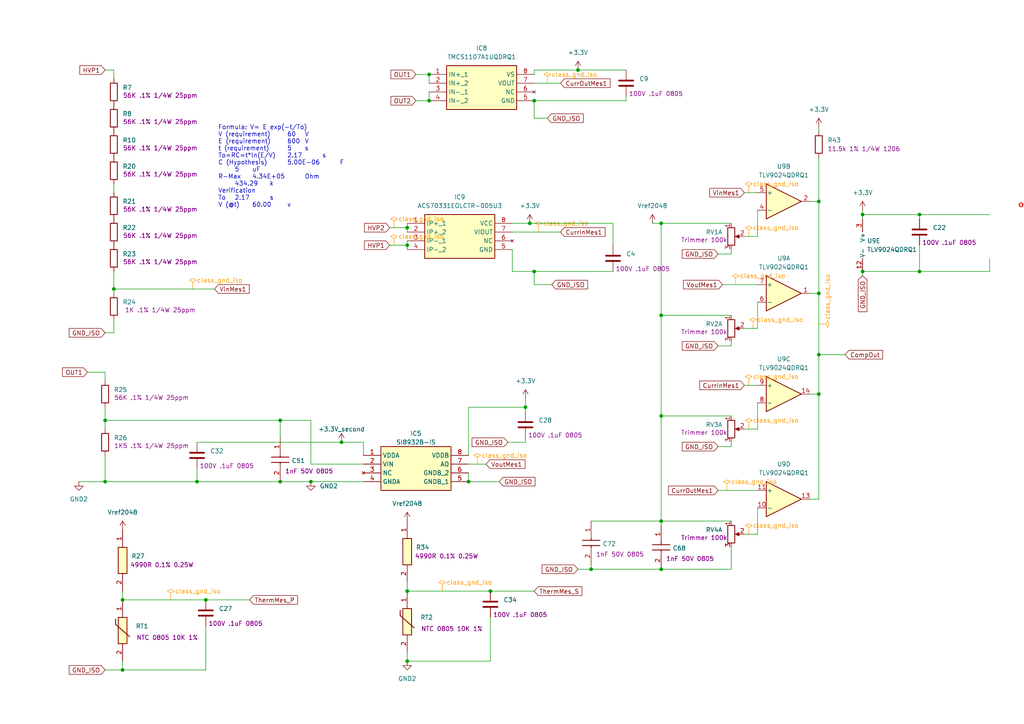
<source format=kicad_sch>
(kicad_sch (version 20250114) (generator "eeschema") (generator_version "9.0")
  (paper "A4")
  (lib_symbols
    (symbol "ACS70331EOLCTR-005U3:ACS70331EOLCTR-005U3"
      (property "Reference" "IC" (at 26.67 7.62 0))
      (property "Value" "ACS70331EOLCTR-005U3" (at 26.67 5.08 0))
      (symbol "ACS70331EOLCTR-005U3_1_1"
        (rectangle (start 5.08 2.54) (end 25.4 -10.16) (stroke (width 0.254)) (fill (type background)))
        (pin passive line (at 0 0 0) (length 5.08) (name "IP+_1") (number "1"))
        (pin passive line (at 0 -2.54 0) (length 5.08) (name "IP+_2") (number "2"))
        (pin passive line (at 0 -5.08 0) (length 5.08) (name "IP-_1") (number "3"))
        (pin passive line (at 0 -7.62 0) (length 5.08) (name "IP-_2") (number "4"))
        (pin passive line (at 30.48 0 180) (length 5.08) (name "VCC") (number "8"))
        (pin passive line (at 30.48 -2.54 180) (length 5.08) (name "VIOUT") (number "7"))
        (pin no_connect line (at 30.48 -5.08 180) (length 5.08) (name "NC") (number "6"))
        (pin passive line (at 30.48 -7.62 180) (length 5.08) (name "GND") (number "5"))
      )
    )
    (symbol "C0805C102J5GACTU:C0805C102J5GACTU" (pin_names (hide yes))
      (property "Reference" "C" (at 8.89 6.35 0))
      (property "Value" "C0805C102J5GACTU" (at 8.89 3.81 0))
      (symbol "C0805C102J5GACTU_1_1"
        (polyline (pts (xy 5.08 0) (xy 5.588 0)) (stroke (width 0.254)))
        (polyline (pts (xy 5.588 2.54) (xy 5.588 -2.54)) (stroke (width 0.254)))
        (polyline (pts (xy 7.112 2.54) (xy 7.112 -2.54)) (stroke (width 0.254)))
        (polyline (pts (xy 7.112 0) (xy 7.62 0)) (stroke (width 0.254)))
        (pin passive line (at 0 0 0) (length 5.08) (name "1") (number "1"))
        (pin passive line (at 12.7 0 180) (length 5.08) (name "2") (number "2"))
      )
    )
    (symbol "Device:C" (pin_numbers (hide yes)) (pin_names (offset 0.254))
      (property "Reference" "C" (at 0.635 2.54 0))
      (property "Value" "C" (at 0.635 -2.54 0))
      (symbol "C_0_1"
        (polyline (pts (xy -2.032 0.762) (xy 2.032 0.762)) (stroke (width 0.508)))
        (polyline (pts (xy -2.032 -0.762) (xy 2.032 -0.762)) (stroke (width 0.508)))
      )
      (symbol "C_1_1"
        (pin passive line (at 0 3.81 270) (length 2.794) (name "~") (number "1"))
        (pin passive line (at 0 -3.81 90) (length 2.794) (name "~") (number "2"))
      )
    )
    (symbol "Device:R" (pin_numbers (hide yes)) (pin_names (offset 0))
      (property "Reference" "R" (at 2.032 0 90))
      (property "Value" "R" (at 0 0 90))
      (symbol "R_0_1"
        (rectangle (start -1.016 -2.54) (end 1.016 2.54) (stroke (width 0.254)))
      )
      (symbol "R_1_1"
        (pin passive line (at 0 3.81 270) (length 1.27) (name "~") (number "1"))
        (pin passive line (at 0 -3.81 90) (length 1.27) (name "~") (number "2"))
      )
    )
    (symbol "Device:R_Potentiometer_Dual_Separate" (pin_names (offset 1.016) (hide yes))
      (property "Reference" "RV" (at -4.445 0 90))
      (property "Value" "R_Potentiometer_Dual_Separate" (at -2.54 0 90))
      (symbol "R_Potentiometer_Dual_Separate_0_1"
        (rectangle (start 1.016 2.54) (end -1.016 -2.54) (stroke (width 0.254)))
        (polyline (pts (xy 1.143 0) (xy 2.286 0.508) (xy 2.286 -0.508) (xy 1.143 0)) (fill (type outline)))
        (polyline (pts (xy 2.54 0) (xy 1.524 0)))
      )
      (symbol "R_Potentiometer_Dual_Separate_1_1"
        (pin passive line (at 0 3.81 270) (length 1.27) (name "1") (number "1"))
        (pin passive line (at 0 -3.81 90) (length 1.27) (name "3") (number "3"))
        (pin passive line (at 3.81 0 180) (length 1.27) (name "2") (number "2"))
      )
      (symbol "R_Potentiometer_Dual_Separate_2_1"
        (pin passive line (at 0 3.81 270) (length 1.27) (name "4") (number "4"))
        (pin passive line (at 0 -3.81 90) (length 1.27) (name "6") (number "6"))
        (pin passive line (at 3.81 0 180) (length 1.27) (name "5") (number "5"))
      )
    )
    (symbol "New_Library:TLV9024QDRQ1" (pin_names (offset 0.127))
      (property "Reference" "U" (at 0 5.08 0))
      (property "Value" "TLV9024QDRQ1" (at 0 -5.08 0))
      (symbol "TLV9024QDRQ1_1_1"
        (polyline (pts (xy -5.08 5.08) (xy 5.08 0) (xy -5.08 -5.08) (xy -5.08 5.08)) (stroke (width 0.254)) (fill (type background)))
        (pin input line (at -7.62 2.54 0) (length 2.54) (name "+") (number "7"))
        (pin input line (at -7.62 -2.54 0) (length 2.54) (name "-") (number "6"))
        (pin output line (at 7.62 0 180) (length 2.54) (name "~") (number "1"))
      )
      (symbol "TLV9024QDRQ1_2_1"
        (polyline (pts (xy -5.08 5.08) (xy 5.08 0) (xy -5.08 -5.08) (xy -5.08 5.08)) (stroke (width 0.254)) (fill (type background)))
        (pin input line (at -7.62 2.54 0) (length 2.54) (name "+") (number "5"))
        (pin input line (at -7.62 -2.54 0) (length 2.54) (name "-") (number "4"))
        (pin output line (at 7.62 0 180) (length 2.54) (name "~") (number "2"))
      )
      (symbol "TLV9024QDRQ1_3_1"
        (polyline (pts (xy -5.08 5.08) (xy 5.08 0) (xy -5.08 -5.08) (xy -5.08 5.08)) (stroke (width 0.254)) (fill (type background)))
        (pin input line (at -7.62 2.54 0) (length 2.54) (name "+") (number "9"))
        (pin input line (at -7.62 -2.54 0) (length 2.54) (name "-") (number "8"))
        (pin output line (at 7.62 0 180) (length 2.54) (name "~") (number "14"))
      )
      (symbol "TLV9024QDRQ1_4_1"
        (polyline (pts (xy -5.08 5.08) (xy 5.08 0) (xy -5.08 -5.08) (xy -5.08 5.08)) (stroke (width 0.254)) (fill (type background)))
        (pin input line (at -7.62 2.54 0) (length 2.54) (name "+") (number "11"))
        (pin input line (at -7.62 -2.54 0) (length 2.54) (name "-") (number "10"))
        (pin output line (at 7.62 0 180) (length 2.54) (name "~") (number "13"))
      )
      (symbol "TLV9024QDRQ1_5_1"
        (pin power_in line (at -2.54 7.62 270) (length 3.81) (name "V+") (number "3"))
        (pin power_in line (at -2.54 -7.62 90) (length 3.81) (name "V-") (number "12"))
      )
    )
    (symbol "RN73R2BTTD4991B25:RN73R2BTTD4991B25" (pin_names (hide yes))
      (property "Reference" "R" (at 13.97 6.35 0))
      (property "Value" "RN73R2BTTD4991B25" (at 13.97 3.81 0))
      (symbol "RN73R2BTTD4991B25_1_1"
        (rectangle (start 5.08 1.27) (end 12.7 -1.27) (stroke (width 0.254)) (fill (type background)))
        (pin passive line (at 0 0 0) (length 5.08) (name "1") (number "1"))
        (pin passive line (at 17.78 0 180) (length 5.08) (name "2") (number "2"))
      )
    )
    (symbol "SI8932B-IS:SI8932B-IS"
      (property "Reference" "IC" (at 26.67 7.62 0))
      (property "Value" "SI8932B-IS" (at 26.67 5.08 0))
      (symbol "SI8932B-IS_1_1"
        (rectangle (start 5.08 2.54) (end 25.4 -10.16) (stroke (width 0.254)) (fill (type background)))
        (pin passive line (at 0 0 0) (length 5.08) (name "VDDA") (number "1"))
        (pin passive line (at 0 -2.54 0) (length 5.08) (name "VIN") (number "2"))
        (pin no_connect line (at 0 -5.08 0) (length 5.08) (name "NC") (number "3"))
        (pin passive line (at 0 -7.62 0) (length 5.08) (name "GNDA") (number "4"))
        (pin passive line (at 30.48 0 180) (length 5.08) (name "VDDB") (number "8"))
        (pin passive line (at 30.48 -2.54 180) (length 5.08) (name "AO") (number "7"))
        (pin passive line (at 30.48 -5.08 180) (length 5.08) (name "GNDB_2") (number "6"))
        (pin passive line (at 30.48 -7.62 180) (length 5.08) (name "GNDB_1") (number "5"))
      )
    )
    (symbol "TMCS1107A4UQDRQ1:TMCS1107A4UQDRQ1"
      (property "Reference" "IC" (at 26.67 7.62 0))
      (property "Value" "TMCS1107A4UQDRQ1" (at 26.67 5.08 0))
      (symbol "TMCS1107A4UQDRQ1_1_1"
        (rectangle (start 5.08 2.54) (end 25.4 -10.16) (stroke (width 0.254)) (fill (type background)))
        (pin passive line (at 0 0 0) (length 5.08) (name "IN+_1") (number "1"))
        (pin passive line (at 0 -2.54 0) (length 5.08) (name "IN+_2") (number "2"))
        (pin passive line (at 0 -5.08 0) (length 5.08) (name "IN-_1") (number "3"))
        (pin passive line (at 0 -7.62 0) (length 5.08) (name "IN-_2") (number "4"))
        (pin passive line (at 30.48 0 180) (length 5.08) (name "VS") (number "8"))
        (pin passive line (at 30.48 -2.54 180) (length 5.08) (name "VOUT") (number "7"))
        (pin no_connect line (at 30.48 -5.08 180) (length 5.08) (name "NC") (number "6"))
        (pin passive line (at 30.48 -7.62 180) (length 5.08) (name "GND") (number "5"))
      )
    )
    (symbol "TX08F103F3435ER:TX08F103F3435ER" (pin_names (hide yes))
      (property "Reference" "RT" (at 13.97 6.35 0))
      (property "Value" "TX08F103F3435ER" (at 13.97 3.81 0))
      (symbol "TX08F103F3435ER_1_1"
        (rectangle (start 5.08 1.27) (end 12.7 -1.27) (stroke (width 0.254)) (fill (type background)))
        (polyline (pts (xy 5.588 -2.032) (xy 7.112 -2.032)) (stroke (width 0.254)))
        (polyline (pts (xy 10.668 2.032) (xy 7.112 -2.032)) (stroke (width 0.254)))
        (pin passive line (at 0 0 0) (length 5.08) (name "1") (number "1"))
        (pin passive line (at 17.78 0 180) (length 5.08) (name "2") (number "2"))
      )
    )
    (symbol "power:+3V0" (power) (pin_numbers (hide yes)) (pin_names (offset 0) (hide yes))
      (property "Value" "+3V0" (at 0 3.556 0))
      (symbol "+3V0_0_1"
        (polyline (pts (xy -0.762 1.27) (xy 0 2.54)))
        (polyline (pts (xy 0 2.54) (xy 0.762 1.27)))
        (polyline (pts (xy 0 0) (xy 0 2.54)))
      )
      (symbol "+3V0_1_1"
        (pin power_in line (at 0 0 90) (length 0) (name "~") (number "1"))
      )
    )
    (symbol "power:+5V" (power) (pin_numbers (hide yes)) (pin_names (offset 0) (hide yes))
      (property "Value" "+5V" (at 0 3.556 0))
      (symbol "+5V_0_1"
        (polyline (pts (xy -0.762 1.27) (xy 0 2.54)))
        (polyline (pts (xy 0 2.54) (xy 0.762 1.27)))
        (polyline (pts (xy 0 0) (xy 0 2.54)))
      )
      (symbol "+5V_1_1"
        (pin power_in line (at 0 0 90) (length 0) (name "~") (number "1"))
      )
    )
    (symbol "power:GND2" (power) (pin_numbers (hide yes)) (pin_names (offset 0) (hide yes))
      (property "Value" "GND2" (at 0 -3.81 0))
      (symbol "GND2_0_1"
        (polyline (pts (xy 0 0) (xy 0 -1.27) (xy 1.27 -1.27) (xy 0 -2.54) (xy -1.27 -1.27) (xy 0 -1.27)))
      )
      (symbol "GND2_1_1"
        (pin power_in line (at 0 0 270) (length 0) (name "~") (number "1"))
      )
    )
  )
  (text "Example of charging power\nOUT I\nACS770LCB-100U \nUni 100A 40mV/A 4800VAC 1min\nVcc = 5V\n22kW/250V= 88A, 22kW/300=73A\nOCP is around 4.033V 4.194V => (4.033+4.194)/2=4113.5mV (102.8A)\nIoutNom = 70A (DJC)\nVoltage range nominal (0,500v) 2%\n102/70= 1.45\n\nProposition prim \nACS70331EOLCTR-005U3\n5A uniderectional, 3.3V, 400mV/A, SOIC 8, very simple \n2euros mouser \nSpec 1200/360=3.33A\n5A/3.33A= 1.5\nout 0 to 3V (perfect)\nOR \nTMCS1107A4U \n3euros mouser \n10A\n\n\nSecondary 1200/42=28.57A \n(target 1.5 = 43A check 45 or 50A)\nTMCS1107A2UQDR \n100mV/A 3.3V\nsimple \nif you want more current \ncheck \nTMCS1107A1U\n86A Uniderectional \n43A \nmouser 2.96euros " (at 330.708 83.566 0) (effects (font (size 1.27 1.27) (bold yes))))
  (text "Formula: V= E exp(-t/To)		\nV (requirement)	60	V\nE (requirement)	600	V\nt (requirement)	5	s\nTo=RC=t*ln(E/V)	2.17	s\nC (Hypothesis)	5.00E-06	F\n	5	uF\nR-Max 	4.34E+05	Ohm \n	434.29	k\nVerification 		\nTo 	2.17	s\nV (@t)	60.00	v\n" (at 63.246 36.322 0) (effects (font (size 1.27 1.27)) (justify left top)))
  (junction (at 191.77 151.13))
  (junction (at 191.77 165.1))
  (junction (at 35.56 194.31))
  (junction (at 250.19 62.23))
  (junction (at 266.7 78.74))
  (junction (at 237.49 58.42))
  (junction (at 250.19 78.74))
  (junction (at 191.77 64.77))
  (junction (at 124.46 21.59))
  (junction (at 124.46 29.21))
  (junction (at 30.48 121.92))
  (junction (at 266.7 62.23))
  (junction (at 118.11 71.12))
  (junction (at 35.56 173.99))
  (junction (at 142.24 171.45))
  (junction (at 154.94 29.21))
  (junction (at 57.15 139.7))
  (junction (at 118.11 171.45))
  (junction (at 237.49 114.3))
  (junction (at 135.89 139.7))
  (junction (at 118.11 191.77))
  (junction (at 191.77 120.65))
  (junction (at 237.49 102.87))
  (junction (at 152.4 118.11))
  (junction (at 33.02 83.82))
  (junction (at 90.17 139.7))
  (junction (at 59.69 173.99))
  (junction (at 118.11 66.04))
  (junction (at 81.28 139.7))
  (junction (at 167.64 20.32))
  (junction (at 191.77 91.44))
  (junction (at 81.28 121.92))
  (junction (at 171.45 165.1))
  (junction (at 153.67 64.77))
  (junction (at 154.94 78.74))
  (junction (at 237.49 85.09))
  (junction (at 99.06 128.27))
  (junction (at 30.48 139.7))
  (wire (pts (xy 154.94 34.29) (xy 154.94 29.21)))
  (wire (pts (xy 135.89 118.11) (xy 152.4 118.11)))
  (wire (pts (xy 81.28 121.92) (xy 90.17 121.92)))
  (wire (pts (xy 35.56 173.99) (xy 59.69 173.99)))
  (wire (pts (xy 208.28 73.66) (xy 212.09 73.66)))
  (wire (pts (xy 191.77 91.44) (xy 212.09 91.44)))
  (wire (pts (xy 99.06 128.27) (xy 105.41 128.27)))
  (wire (pts (xy 90.17 139.7) (xy 105.41 139.7)))
  (wire (pts (xy 135.89 139.7) (xy 144.78 139.7)))
  (wire (pts (xy 30.48 121.92) (xy 30.48 124.46)))
  (wire (pts (xy 237.49 58.42) (xy 237.49 85.09)))
  (wire (pts (xy 135.89 134.62) (xy 140.97 134.62)))
  (wire (pts (xy 30.48 132.08) (xy 30.48 139.7)))
  (wire (pts (xy 152.4 115.57) (xy 152.4 118.11)))
  (wire (pts (xy 35.56 171.45) (xy 35.56 173.99)))
  (wire (pts (xy 135.89 137.16) (xy 135.89 139.7)))
  (wire (pts (xy 118.11 69.85) (xy 118.11 71.12)))
  (wire (pts (xy 154.94 20.32) (xy 167.64 20.32)))
  (wire (pts (xy 208.28 129.54) (xy 212.09 129.54)))
  (wire (pts (xy 118.11 66.04) (xy 118.11 67.31)))
  (wire (pts (xy 237.49 102.87) (xy 237.49 85.09)))
  (wire (pts (xy 212.09 165.1) (xy 212.09 158.75)))
  (wire (pts (xy 120.65 21.59) (xy 124.46 21.59)))
  (wire (pts (xy 158.75 34.29) (xy 154.94 34.29)))
  (wire (pts (xy 118.11 71.12) (xy 118.11 72.39)))
  (wire (pts (xy 154.94 20.32) (xy 154.94 21.59)))
  (wire (pts (xy 81.28 139.7) (xy 90.17 139.7)))
  (wire (pts (xy 152.4 119.38) (xy 152.4 118.11)))
  (wire (pts (xy 154.94 78.74) (xy 177.8 78.74)))
  (wire (pts (xy 105.41 132.08) (xy 105.41 128.27)))
  (wire (pts (xy 219.71 87.63) (xy 219.71 95.25)))
  (wire (pts (xy 22.86 139.7) (xy 30.48 139.7)))
  (wire (pts (xy 120.65 29.21) (xy 124.46 29.21)))
  (wire (pts (xy 219.71 68.58) (xy 215.9 68.58)))
  (wire (pts (xy 30.48 194.31) (xy 35.56 194.31)))
  (wire (pts (xy 191.77 64.77) (xy 191.77 91.44)))
  (wire (pts (xy 212.09 129.54) (xy 212.09 128.27)))
  (wire (pts (xy 153.67 64.77) (xy 177.8 64.77)))
  (wire (pts (xy 33.02 85.09) (xy 33.02 83.82)))
  (wire (pts (xy 147.32 128.27) (xy 152.4 128.27)))
  (wire (pts (xy 266.7 78.74) (xy 287.02 78.74)))
  (wire (pts (xy 30.48 110.49) (xy 30.48 107.95)))
  (wire (pts (xy 148.59 67.31) (xy 162.56 67.31)))
  (wire (pts (xy 219.71 60.96) (xy 219.71 68.58)))
  (wire (pts (xy 237.49 144.78) (xy 234.95 144.78)))
  (wire (pts (xy 171.45 163.83) (xy 171.45 165.1)))
  (wire (pts (xy 57.15 139.7) (xy 81.28 139.7)))
  (wire (pts (xy 154.94 29.21) (xy 181.61 29.21)))
  (wire (pts (xy 212.09 100.33) (xy 212.09 99.06)))
  (wire (pts (xy 234.95 114.3) (xy 237.49 114.3)))
  (wire (pts (xy 237.49 144.78) (xy 237.49 114.3)))
  (wire (pts (xy 191.77 120.65) (xy 212.09 120.65)))
  (wire (pts (xy 118.11 189.23) (xy 118.11 191.77)))
  (wire (pts (xy 191.77 165.1) (xy 212.09 165.1)))
  (wire (pts (xy 124.46 21.59) (xy 124.46 24.13)))
  (wire (pts (xy 208.28 100.33) (xy 212.09 100.33)))
  (wire (pts (xy 171.45 165.1) (xy 191.77 165.1)))
  (wire (pts (xy 191.77 91.44) (xy 191.77 120.65)))
  (wire (pts (xy 35.56 191.77) (xy 35.56 194.31)))
  (wire (pts (xy 234.95 85.09) (xy 237.49 85.09)))
  (wire (pts (xy 57.15 135.89) (xy 57.15 139.7)))
  (wire (pts (xy 266.7 71.12) (xy 266.7 78.74)))
  (wire (pts (xy 135.89 118.11) (xy 135.89 132.08)))
  (wire (pts (xy 266.7 62.23) (xy 266.7 63.5)))
  (wire (pts (xy 181.61 27.94) (xy 181.61 29.21)))
  (wire (pts (xy 250.19 62.23) (xy 250.19 63.5)))
  (wire (pts (xy 59.69 181.61) (xy 59.69 194.31)))
  (wire (pts (xy 81.28 121.92) (xy 81.28 127)))
  (wire (pts (xy 215.9 95.25) (xy 219.71 95.25)))
  (wire (pts (xy 154.94 24.13) (xy 162.56 24.13)))
  (wire (pts (xy 33.02 20.32) (xy 30.48 20.32)))
  (wire (pts (xy 171.45 151.13) (xy 191.77 151.13)))
  (wire (pts (xy 177.8 71.12) (xy 177.8 64.77)))
  (wire (pts (xy 118.11 64.77) (xy 118.11 66.04)))
  (wire (pts (xy 33.02 96.52) (xy 33.02 92.71)))
  (wire (pts (xy 237.49 45.72) (xy 237.49 58.42)))
  (wire (pts (xy 25.4 107.95) (xy 30.48 107.95)))
  (wire (pts (xy 152.4 128.27) (xy 152.4 127)))
  (wire (pts (xy 33.02 78.74) (xy 33.02 83.82)))
  (wire (pts (xy 212.09 73.66) (xy 212.09 72.39)))
  (wire (pts (xy 215.9 55.88) (xy 219.71 55.88)))
  (wire (pts (xy 148.59 64.77) (xy 153.67 64.77)))
  (wire (pts (xy 160.02 82.55) (xy 154.94 82.55)))
  (wire (pts (xy 124.46 26.67) (xy 124.46 29.21)))
  (wire (pts (xy 30.48 139.7) (xy 57.15 139.7)))
  (wire (pts (xy 191.77 64.77) (xy 212.09 64.77)))
  (wire (pts (xy 209.55 82.55) (xy 219.71 82.55)))
  (wire (pts (xy 35.56 194.31) (xy 59.69 194.31)))
  (wire (pts (xy 33.02 22.86) (xy 33.02 20.32)))
  (wire (pts (xy 118.11 171.45) (xy 142.24 171.45)))
  (wire (pts (xy 118.11 168.91) (xy 118.11 171.45)))
  (wire (pts (xy 189.23 64.77) (xy 191.77 64.77)))
  (wire (pts (xy 33.02 83.82) (xy 62.23 83.82)))
  (wire (pts (xy 191.77 151.13) (xy 212.09 151.13)))
  (wire (pts (xy 167.64 20.32) (xy 181.61 20.32)))
  (wire (pts (xy 30.48 121.92) (xy 81.28 121.92)))
  (wire (pts (xy 191.77 120.65) (xy 191.77 151.13)))
  (wire (pts (xy 148.59 72.39) (xy 148.59 78.74)))
  (wire (pts (xy 118.11 191.77) (xy 142.24 191.77)))
  (wire (pts (xy 142.24 171.45) (xy 154.94 171.45)))
  (wire (pts (xy 250.19 62.23) (xy 266.7 62.23)))
  (wire (pts (xy 237.49 36.83) (xy 237.49 38.1)))
  (wire (pts (xy 250.19 60.96) (xy 250.19 62.23)))
  (wire (pts (xy 148.59 78.74) (xy 154.94 78.74)))
  (wire (pts (xy 30.48 118.11) (xy 30.48 121.92)))
  (wire (pts (xy 30.48 96.52) (xy 33.02 96.52)))
  (wire (pts (xy 266.7 62.23) (xy 287.02 62.23)))
  (wire (pts (xy 33.02 55.88) (xy 33.02 53.34)))
  (wire (pts (xy 250.19 78.74) (xy 266.7 78.74)))
  (wire (pts (xy 219.71 124.46) (xy 215.9 124.46)))
  (wire (pts (xy 215.9 111.76) (xy 219.71 111.76)))
  (wire (pts (xy 250.19 80.01) (xy 250.19 78.74)))
  (wire (pts (xy 59.69 173.99) (xy 72.39 173.99)))
  (wire (pts (xy 154.94 82.55) (xy 154.94 78.74)))
  (wire (pts (xy 219.71 116.84) (xy 219.71 124.46)))
  (wire (pts (xy 167.64 165.1) (xy 171.45 165.1)))
  (wire (pts (xy 90.17 134.62) (xy 105.41 134.62)))
  (wire (pts (xy 191.77 151.13) (xy 191.77 152.4)))
  (wire (pts (xy 237.49 102.87) (xy 245.11 102.87)))
  (wire (pts (xy 287.02 74.93) (xy 287.02 78.74)))
  (wire (pts (xy 234.95 58.42) (xy 237.49 58.42)))
  (wire (pts (xy 113.03 71.12) (xy 118.11 71.12)))
  (wire (pts (xy 237.49 114.3) (xy 237.49 102.87)))
  (wire (pts (xy 208.28 142.24) (xy 219.71 142.24)))
  (wire (pts (xy 113.03 66.04) (xy 118.11 66.04)))
  (wire (pts (xy 57.15 128.27) (xy 99.06 128.27)))
  (wire (pts (xy 142.24 179.07) (xy 142.24 191.77)))
  (wire (pts (xy 219.71 147.32) (xy 219.71 154.94)))
  (wire (pts (xy 219.71 154.94) (xy 215.9 154.94)))
  (wire (pts (xy 90.17 134.62) (xy 90.17 121.92)))
  (global_label "GND_ISO" (shape input) (at 30.48 96.52 180) (property "Intersheetrefs" "${INTERSHEET_REFS}" (effects (hide yes))))
  (global_label "VoutMes1" (shape input) (at 209.55 82.55 180) (property "Intersheetrefs" "${INTERSHEET_REFS}" (effects (hide yes))))
  (global_label "GND_ISO" (shape input) (at 208.28 100.33 180) (property "Intersheetrefs" "${INTERSHEET_REFS}" (effects (hide yes))))
  (global_label "HVP1" (shape input) (at 113.03 71.12 180) (property "Intersheetrefs" "${INTERSHEET_REFS}" (effects (hide yes))))
  (global_label "OUT1" (shape input) (at 25.4 107.95 180) (property "Intersheetrefs" "${INTERSHEET_REFS}" (effects (hide yes))))
  (global_label "VinMes1" (shape input) (at 62.23 83.82 0) (property "Intersheetrefs" "${INTERSHEET_REFS}" (effects (hide yes))))
  (global_label "HVP2" (shape input) (at 113.03 66.04 180) (property "Intersheetrefs" "${INTERSHEET_REFS}" (effects (hide yes))))
  (global_label "GND_ISO" (shape input) (at 30.48 194.31 180) (property "Intersheetrefs" "${INTERSHEET_REFS}" (effects (hide yes))))
  (global_label "CurrInMes1" (shape input) (at 162.56 67.31 0) (property "Intersheetrefs" "${INTERSHEET_REFS}" (effects (hide yes))))
  (global_label "CurrOutMes1" (shape input) (at 162.56 24.13 0) (property "Intersheetrefs" "${INTERSHEET_REFS}" (effects (hide yes))))
  (global_label "GND_ISO" (shape input) (at 147.32 128.27 180) (property "Intersheetrefs" "${INTERSHEET_REFS}" (effects (hide yes))))
  (global_label "OUT1" (shape input) (at 120.65 21.59 180) (property "Intersheetrefs" "${INTERSHEET_REFS}" (effects (hide yes))))
  (global_label "GND_ISO" (shape input) (at 208.28 73.66 180) (property "Intersheetrefs" "${INTERSHEET_REFS}" (effects (hide yes))))
  (global_label "CurrInMes1" (shape input) (at 215.9 111.76 180) (property "Intersheetrefs" "${INTERSHEET_REFS}" (effects (hide yes))))
  (global_label "GND_ISO" (shape input) (at 158.75 34.29 0) (property "Intersheetrefs" "${INTERSHEET_REFS}" (effects (hide yes))))
  (global_label "ThermMes_P" (shape input) (at 72.39 173.99 0) (property "Intersheetrefs" "${INTERSHEET_REFS}" (effects (hide yes))))
  (global_label "GND_ISO" (shape input) (at 250.19 80.01 270) (property "Intersheetrefs" "${INTERSHEET_REFS}" (effects (hide yes))))
  (global_label "GND_ISO" (shape input) (at 160.02 82.55 0) (property "Intersheetrefs" "${INTERSHEET_REFS}" (effects (hide yes))))
  (global_label "HVP1" (shape input) (at 30.48 20.32 180) (property "Intersheetrefs" "${INTERSHEET_REFS}" (effects (hide yes))))
  (global_label "GND_ISO" (shape input) (at 144.78 139.7 0) (property "Intersheetrefs" "${INTERSHEET_REFS}" (effects (hide yes))))
  (global_label "VinMes1" (shape input) (at 215.9 55.88 180) (property "Intersheetrefs" "${INTERSHEET_REFS}" (effects (hide yes))))
  (global_label "CompOut" (shape input) (at 245.11 102.87 0) (property "Intersheetrefs" "${INTERSHEET_REFS}" (effects (hide yes))))
  (global_label "VoutMes1" (shape input) (at 140.97 134.62 0) (property "Intersheetrefs" "${INTERSHEET_REFS}" (effects (hide yes))))
  (global_label "GND_ISO" (shape input) (at 208.28 129.54 180) (property "Intersheetrefs" "${INTERSHEET_REFS}" (effects (hide yes))))
  (global_label "OUT2" (shape input) (at 120.65 29.21 180) (property "Intersheetrefs" "${INTERSHEET_REFS}" (effects (hide yes))))
  (global_label "GND_ISO" (shape input) (at 167.64 165.1 180) (property "Intersheetrefs" "${INTERSHEET_REFS}" (effects (hide yes))))
  (global_label "CurrOutMes1" (shape input) (at 208.28 142.24 180) (property "Intersheetrefs" "${INTERSHEET_REFS}" (effects (hide yes))))
  (global_label "ThermMes_S" (shape input) (at 154.94 171.45 0) (property "Intersheetrefs" "${INTERSHEET_REFS}" (effects (hide yes))))
  (netclass_flag "" (length 2.54) (shape diamond) (at 217.17 68.58 0) (property "Netclass" "class_gnd_iso" (at 218.3765 66.04 0) (effects (justify left))))
  (netclass_flag "" (length 2.54) (shape diamond) (at 210.82 142.24 0) (property "Netclass" "class_gnd_iso" (at 212.0265 139.7 0) (effects (justify left))))
  (netclass_flag "" (length 2.54) (shape diamond) (at 237.49 93.98 270) (property "Netclass" "class_gnd_iso" (at 240.03 92.7735 90) (effects (justify left))))
  (netclass_flag "" (length 2.54) (shape diamond) (at 156.21 67.31 0) (property "Netclass" "class_gnd_iso" (at 157.4165 64.77 0) (effects (justify left))))
  (netclass_flag "" (length 2.54) (shape diamond) (at 213.36 82.55 0) (property "Netclass" "class_gnd_iso" (at 214.5665 80.01 0) (effects (justify left))))
  (netclass_flag "" (length 2.54) (shape diamond) (at 217.17 55.88 0) (property "Netclass" "class_gnd_iso" (at 218.3765 53.34 0) (effects (justify left))))
  (netclass_flag "" (length 2.54) (shape diamond) (at 55.88 83.82 0) (property "Netclass" "class_gnd_iso" (at 57.0865 81.28 0) (effects (justify left))))
  (netclass_flag "" (length 2.54) (shape diamond) (at 217.17 111.76 0) (property "Netclass" "class_gnd_iso" (at 218.3765 109.22 0) (effects (justify left))))
  (netclass_flag "" (length 2.54) (shape diamond) (at 217.17 124.46 0) (property "Netclass" "class_gnd_iso" (at 218.3765 121.92 0) (effects (justify left))))
  (netclass_flag "" (length 2.54) (shape diamond) (at 114.3 71.12 0) (property "Netclass" "class_gnd_iso" (at 115.5065 68.58 0) (effects (justify left))))
  (netclass_flag "" (length 2.54) (shape diamond) (at 138.43 134.62 0) (property "Netclass" "class_gnd_iso" (at 139.6365 132.08 0) (effects (justify left))))
  (netclass_flag "" (length 2.54) (shape diamond) (at 158.75 24.13 0) (property "Netclass" "class_gnd_iso" (at 159.9565 21.59 0) (effects (justify left))))
  (netclass_flag "" (length 2.54) (shape diamond) (at 128.27 171.45 0) (property "Netclass" "class_gnd_iso" (at 129.4765 168.91 0) (effects (justify left))))
  (netclass_flag "" (length 2.54) (shape diamond) (at 217.17 154.94 0) (property "Netclass" "class_gnd_iso" (at 218.3765 152.4 0) (effects (justify left))))
  (netclass_flag "" (length 2.54) (shape diamond) (at 114.3 66.04 0) (property "Netclass" "class_gnd_iso" (at 115.5065 63.5 0) (effects (justify left))))
  (netclass_flag "" (length 2.54) (shape diamond) (at 49.53 173.99 0) (property "Netclass" "class_gnd_iso" (at 50.7365 171.45 0) (effects (justify left))))
  (netclass_flag "" (length 2.54) (shape diamond) (at 218.44 95.25 0) (property "Netclass" "class_gnd_iso" (at 219.6465 92.71 0) (effects (justify left))))
  (symbol (lib_id "Device:R") (at 33.02 41.91 0) (unit 1)
    (property "Reference" "R10" (at 35.56 40.6399 0) (effects (justify left)))
    (property "Value" "RT1206BRD0756KL" (effects (hide yes)))
    (property "Footprint" "Resistor_SMD:R_1206_3216Metric" (effects (hide yes)))
    (property "Datasheet" "https://www.mouser.fr/datasheet/3/508/1/PYu-RT_1-to-0.01_RoHS_L_15.pdf" (effects (hide yes)))
    (property "Description" "56K .1% 1/4W 25ppm" (at 46.482 42.926 0))
    (property "Mouser Part Number" "603-RT1206BRD0756KL" (effects (hide yes)))
    (property "Manufacturer_Name " "YAGEO" (effects (hide yes)))
    (property "Manufacturer_Part_Number" "RT1206BRD0756KL" (effects (hide yes)))
  )
  (symbol (lib_id "Device:R_Potentiometer_Dual_Separate") (at 212.09 68.58 0) (unit 1)
    (property "Reference" "RV1" (at 209.55 67.3099 0) (effects (justify right)))
    (property "Footprint" "New_Linrary:RV_precision" (effects (hide yes)))
    (property "Description" "Trimmer 100k" (at 204.216 69.596 0))
  )
  (symbol (lib_id "RN73R2BTTD4991B25:RN73R2BTTD4991B25") (at 118.11 151.13 270) (unit 1)
    (property "Reference" "R34" (at 120.65 158.7499 90) (effects (justify left)))
    (property "Value" "RN73R2BTTD4991B25" (effects (hide yes)))
    (property "Footprint" "RN73R2BTTD4991B25:RESC3216X70N" (effects (hide yes)))
    (property "Datasheet" "https://www.koaspeer.com/pdfs/RN73R.pdf" (effects (hide yes)))
    (property "Description" "4990R 0.1% 0.25W" (at 129.54 161.29 90))
    (property "Height" "0.7" (effects (hide yes)))
    (property "Mouser Part Number" "660-RN73R2BTD4991B25" (effects (hide yes)))
    (property "Mouser Price/Stock" "https://www.mouser.co.uk/ProductDetail/KOA-Speer/RN73R2BTTD4991B25?qs=2WXlatMagcEhNVuIYxDXww%3D%3D" (effects (hide yes)))
    (property "Manufacturer_Name" "KOA Speer" (effects (hide yes)))
    (property "Manufacturer_Part_Number" "RN73R2BTTD4991B25" (effects (hide yes)))
  )
  (symbol (lib_id "Device:R_Potentiometer_Dual_Separate") (at 212.09 154.94 0) (unit 1)
    (property "Reference" "RV4" (at 209.55 153.6699 0) (effects (justify right)))
    (property "Footprint" "New_Linrary:RV_precision" (effects (hide yes)))
    (property "Description" "Trimmer 100k" (at 204.216 155.956 0))
  )
  (symbol (lib_id "Device:C") (at 59.69 177.8 0) (unit 1)
    (property "Reference" "C27" (at 63.5 176.5299 0) (effects (justify left)))
    (property "Value" "SH21B104K101CT" (effects (hide yes)))
    (property "Footprint" "Capacitor_SMD:C_0805_2012Metric" (effects (hide yes)))
    (property "Datasheet" "https://www.mouser.fr/datasheet/3/317/1/WTC_MLCC_Soft_term_SH.pdf" (effects (hide yes)))
    (property "Description" "100V .1uF 0805" (at 68.326 180.848 0))
    (property "Manufacturer_Name" "Walsin" (effects (hide yes)))
    (property "Manufacturer_Part_Number " "SH21B104K101CT" (effects (hide yes)))
    (property "Mouser Part Number" "791-SH21B104K101CT" (effects (hide yes)))
  )
  (symbol (lib_id "Device:R") (at 33.02 74.93 0) (unit 1)
    (property "Reference" "R23" (at 35.56 73.6599 0) (effects (justify left)))
    (property "Value" "RT1206BRD0756KL" (effects (hide yes)))
    (property "Footprint" "Resistor_SMD:R_1206_3216Metric" (effects (hide yes)))
    (property "Datasheet" "https://www.mouser.fr/datasheet/3/508/1/PYu-RT_1-to-0.01_RoHS_L_15.pdf" (effects (hide yes)))
    (property "Description" "56K .1% 1/4W 25ppm" (at 46.482 75.946 0))
    (property "Mouser Part Number" "603-RT1206BRD0756KL" (effects (hide yes)))
    (property "Manufacturer_Name " "YAGEO" (effects (hide yes)))
    (property "Manufacturer_Part_Number" "RT1206BRD0756KL" (effects (hide yes)))
  )
  (symbol (lib_id "power:+5V") (at 99.06 128.27 0) (unit 1)
    (property "Reference" "#PWR042" (effects (hide yes)))
    (property "Value" "+3.3V_second" (at 99.06 124.46 0))
    (property "Description" "Power symbol creates a global label with name \"+5V\"" (effects (hide yes)))
  )
  (symbol (lib_id "Device:C") (at 181.61 24.13 0) (unit 1)
    (property "Reference" "C9" (at 185.42 22.8599 0) (effects (justify left)))
    (property "Value" "SH21B104K101CT" (effects (hide yes)))
    (property "Footprint" "Capacitor_SMD:C_0805_2012Metric" (effects (hide yes)))
    (property "Datasheet" "https://www.mouser.fr/datasheet/3/317/1/WTC_MLCC_Soft_term_SH.pdf" (effects (hide yes)))
    (property "Description" "100V .1uF 0805" (at 190.246 27.178 0))
    (property "Manufacturer_Name" "Walsin" (effects (hide yes)))
    (property "Manufacturer_Part_Number " "SH21B104K101CT" (effects (hide yes)))
    (property "Mouser Part Number" "791-SH21B104K101CT" (effects (hide yes)))
  )
  (symbol (lib_id "Device:C") (at 152.4 123.19 0) (unit 1)
    (property "Reference" "C28" (at 156.21 121.9199 0) (effects (justify left)))
    (property "Value" "SH21B104K101CT" (effects (hide yes)))
    (property "Footprint" "Capacitor_SMD:C_0805_2012Metric" (effects (hide yes)))
    (property "Datasheet" "https://www.mouser.fr/datasheet/3/317/1/WTC_MLCC_Soft_term_SH.pdf" (effects (hide yes)))
    (property "Description" "100V .1uF 0805" (at 161.036 126.238 0))
    (property "Manufacturer_Name" "Walsin" (effects (hide yes)))
    (property "Manufacturer_Part_Number " "SH21B104K101CT" (effects (hide yes)))
    (property "Mouser Part Number" "791-SH21B104K101CT" (effects (hide yes)))
  )
  (symbol (lib_id "New_Library:TLV9024QDRQ1") (at 252.73 71.12 0) (unit 5)
    (property "Reference" "U9" (at 251.46 69.8499 0) (effects (justify left)))
    (property "Value" "TLV9024QDRQ1" (at 251.46 72.3899 0) (effects (justify left)))
    (property "Footprint" "Package_SO:SOIC-14_3.9x8.7mm_P1.27mm" (effects (hide yes)))
    (property "Datasheet" "https://www.ti.com/lit/ds/symlink/tlv9022-q1.pdf" (effects (hide yes)))
    (property "Description" "Quad channel comparators, SOIC-14" (effects (hide yes)))
    (property "Mouser Part Number" "595-TLV9024QDRQ1" (effects (hide yes)))
    (property "Manufacturer_Name " "Texas Instruments" (effects (hide yes)))
    (property "Manufacturer_Part_Number " " TLV9024QDRQ1" (effects (hide yes)))
  )
  (symbol (lib_id "power:+3V0") (at 118.11 151.13 0) (mirror y) (unit 1)
    (property "Reference" "#PWR033" (effects (hide yes)))
    (property "Value" "Vref2048" (at 118.11 146.05 0))
    (property "Description" "Power symbol creates a global label with name \"+3V0\"" (effects (hide yes)))
  )
  (symbol (lib_id "Device:R") (at 33.02 67.31 0) (unit 1)
    (property "Reference" "R22" (at 35.56 66.0399 0) (effects (justify left)))
    (property "Value" "RT1206BRD0756KL" (effects (hide yes)))
    (property "Footprint" "Resistor_SMD:R_1206_3216Metric" (effects (hide yes)))
    (property "Datasheet" "https://www.mouser.fr/datasheet/3/508/1/PYu-RT_1-to-0.01_RoHS_L_15.pdf" (effects (hide yes)))
    (property "Description" "56K .1% 1/4W 25ppm" (at 46.482 68.326 0))
    (property "Mouser Part Number" "603-RT1206BRD0756KL" (effects (hide yes)))
    (property "Manufacturer_Name " "YAGEO" (effects (hide yes)))
    (property "Manufacturer_Part_Number" "RT1206BRD0756KL" (effects (hide yes)))
  )
  (symbol (lib_id "ACS70331EOLCTR-005U3:ACS70331EOLCTR-005U3") (at 118.11 64.77 0) (unit 1)
    (property "Reference" "IC9" (at 133.35 57.15 0))
    (property "Value" "ACS70331EOLCTR-005U3" (at 133.35 59.69 0))
    (property "Footprint" "ACS70331EOLCTR-005U3:SOIC127P600X175-8N" (effects (hide yes)))
    (property "Datasheet" "https://www.allegromicro.com/-/media/files/datasheets/acs70331-datasheet.ashx" (effects (hide yes)))
    (property "Description" "High Sensitivity, Gmr-Based Current Sensor IC" (effects (hide yes)))
    (property "Height" "1.75" (effects (hide yes)))
    (property "Mouser Part Number" "250-70331EOLCTR005U3" (effects (hide yes)))
    (property "Mouser Price/Stock" "https://www.mouser.co.uk/ProductDetail/Allegro-MicroSystems/ACS70331EOLCTR-005U3?qs=pUKx8fyJudDz9FJ7uQ14Rw%3D%3D" (effects (hide yes)))
    (property "Manufacturer_Name" "Allegro Microsystems" (effects (hide yes)))
    (property "Manufacturer_Part_Number" "ACS70331EOLCTR-005U3" (effects (hide yes)))
  )
  (symbol (lib_id "Device:R_Potentiometer_Dual_Separate") (at 212.09 95.25 0) (unit 1)
    (property "Reference" "RV2" (at 209.55 93.9799 0) (effects (justify right)))
    (property "Footprint" "New_Linrary:RV_precision" (effects (hide yes)))
    (property "Description" "Trimmer 100k" (at 204.216 96.266 0))
  )
  (symbol (lib_id "C0805C102J5GACTU:C0805C102J5GACTU") (at 191.77 152.4 270) (unit 1)
    (property "Reference" "C68" (at 195.072 159.004 90) (effects (justify left)))
    (property "Value" "C0805C102J5GACTU" (effects (hide yes)))
    (property "Footprint" "C0805C102J5GACTU:C0805" (effects (hide yes)))
    (property "Datasheet" "https://content.kemet.com/datasheets/KEM_C1003_C0G_SMD.pdf" (effects (hide yes)))
    (property "Description" "1nF 50V 0805" (at 200.152 162.052 90))
    (property "Height" "1.1" (effects (hide yes)))
    (property "Mouser Part Number" "80-C0805C102J5G" (effects (hide yes)))
    (property "Mouser Price/Stock" "https://www.mouser.co.uk/ProductDetail/KEMET/C0805C102J5GACTU?qs=yrVqjCObULOWvTzsHVJg1Q%3D%3D" (effects (hide yes)))
    (property "Manufacturer_Name" "KEMET" (effects (hide yes)))
    (property "Manufacturer_Part_Number" "C0805C102J5GACTU" (effects (hide yes)))
  )
  (symbol (lib_id "power:+3V0") (at 35.56 153.67 0) (mirror y) (unit 1)
    (property "Reference" "#PWR036" (effects (hide yes)))
    (property "Value" "Vref2048" (at 35.56 148.59 0))
    (property "Description" "Power symbol creates a global label with name \"+3V0\"" (effects (hide yes)))
  )
  (symbol (lib_id "Device:C") (at 142.24 175.26 0) (unit 1)
    (property "Reference" "C34" (at 146.05 173.9899 0) (effects (justify left)))
    (property "Value" "SH21B104K101CT" (effects (hide yes)))
    (property "Footprint" "Capacitor_SMD:C_0805_2012Metric" (effects (hide yes)))
    (property "Datasheet" "https://www.mouser.fr/datasheet/3/317/1/WTC_MLCC_Soft_term_SH.pdf" (effects (hide yes)))
    (property "Description" "100V .1uF 0805" (at 150.876 178.308 0))
    (property "Manufacturer_Name" "Walsin" (effects (hide yes)))
    (property "Manufacturer_Part_Number " "SH21B104K101CT" (effects (hide yes)))
    (property "Mouser Part Number" "791-SH21B104K101CT" (effects (hide yes)))
  )
  (symbol (lib_id "New_Library:TLV9024QDRQ1") (at 227.33 85.09 0) (unit 1)
    (property "Reference" "U9" (at 227.33 74.93 0))
    (property "Value" "TLV9024QDRQ1" (at 227.33 77.47 0))
    (property "Footprint" "Package_SO:SOIC-14_3.9x8.7mm_P1.27mm" (effects (hide yes)))
    (property "Datasheet" "https://www.ti.com/lit/ds/symlink/tlv9022-q1.pdf" (effects (hide yes)))
    (property "Description" "Quad channel comparators, SOIC-14" (effects (hide yes)))
    (property "Mouser Part Number" "595-TLV9024QDRQ1" (effects (hide yes)))
    (property "Manufacturer_Name " "Texas Instruments" (effects (hide yes)))
    (property "Manufacturer_Part_Number " " TLV9024QDRQ1" (effects (hide yes)))
  )
  (symbol (lib_id "Device:R") (at 30.48 128.27 0) (unit 1)
    (property "Reference" "R26" (at 33.02 126.9999 0) (effects (justify left)))
    (property "Value" "ERA-8AEB152V" (effects (hide yes)))
    (property "Footprint" "Resistor_SMD:R_1206_3216Metric" (effects (hide yes)))
    (property "Datasheet" "https://industrial.panasonic.com/cdbs/www-data/pdf/RDM0000/AOA0000C307.pdf" (effects (hide yes)))
    (property "Description" "1K5 .1% 1/4W 25ppm" (at 43.942 129.286 0))
    (property "Mouser Part Number" "667-ERA-8AEB152V" (effects (hide yes)))
    (property "Manufacturer_Name " "Panasonic" (effects (hide yes)))
    (property "Manufacturer_Part_Number" "ERA-8AEB152V" (effects (hide yes)))
  )
  (symbol (lib_id "power:GND2") (at 22.86 139.7 0) (unit 1)
    (property "Reference" "#PWR023" (effects (hide yes)))
    (property "Value" "GND2" (at 22.86 144.78 0))
    (property "Description" "Power symbol creates a global label with name \"GND2\" , ground" (effects (hide yes)))
  )
  (symbol (lib_id "C0805C102J5GACTU:C0805C102J5GACTU") (at 171.45 151.13 270) (unit 1)
    (property "Reference" "C72" (at 174.752 157.734 90) (effects (justify left)))
    (property "Value" "C0805C102J5GACTU" (effects (hide yes)))
    (property "Footprint" "C0805C102J5GACTU:C0805" (effects (hide yes)))
    (property "Datasheet" "https://content.kemet.com/datasheets/KEM_C1003_C0G_SMD.pdf" (effects (hide yes)))
    (property "Description" "1nF 50V 0805" (at 179.832 160.782 90))
    (property "Height" "1.1" (effects (hide yes)))
    (property "Mouser Part Number" "80-C0805C102J5G" (effects (hide yes)))
    (property "Mouser Price/Stock" "https://www.mouser.co.uk/ProductDetail/KEMET/C0805C102J5GACTU?qs=yrVqjCObULOWvTzsHVJg1Q%3D%3D" (effects (hide yes)))
    (property "Manufacturer_Name" "KEMET" (effects (hide yes)))
    (property "Manufacturer_Part_Number" "C0805C102J5GACTU" (effects (hide yes)))
  )
  (symbol (lib_id "Device:C") (at 266.7 67.31 0) (unit 1)
    (property "Reference" "C22" (at 270.51 66.0399 0) (effects (justify left)))
    (property "Value" "SH21B104K101CT" (effects (hide yes)))
    (property "Footprint" "Capacitor_SMD:C_0805_2012Metric" (effects (hide yes)))
    (property "Datasheet" "https://www.mouser.fr/datasheet/3/317/1/WTC_MLCC_Soft_term_SH.pdf" (effects (hide yes)))
    (property "Description" "100V .1uF 0805" (at 275.336 70.358 0))
    (property "Manufacturer_Name" "Walsin" (effects (hide yes)))
    (property "Manufacturer_Part_Number " "SH21B104K101CT" (effects (hide yes)))
    (property "Mouser Part Number" "791-SH21B104K101CT" (effects (hide yes)))
  )
  (symbol (lib_id "New_Library:TLV9024QDRQ1") (at 227.33 144.78 0) (unit 4)
    (property "Reference" "U9" (at 227.33 134.62 0))
    (property "Value" "TLV9024QDRQ1" (at 227.33 137.16 0))
    (property "Footprint" "Package_SO:SOIC-14_3.9x8.7mm_P1.27mm" (effects (hide yes)))
    (property "Datasheet" "https://www.ti.com/lit/ds/symlink/tlv9022-q1.pdf" (effects (hide yes)))
    (property "Description" "Quad channel comparators, SOIC-14" (effects (hide yes)))
    (property "Mouser Part Number" "595-TLV9024QDRQ1" (effects (hide yes)))
    (property "Manufacturer_Name " "Texas Instruments" (effects (hide yes)))
    (property "Manufacturer_Part_Number " " TLV9024QDRQ1" (effects (hide yes)))
  )
  (symbol (lib_id "Device:R") (at 237.49 41.91 0) (unit 1)
    (property "Reference" "R43" (at 240.03 40.6399 0) (effects (justify left)))
    (property "Value" "RC1206FR-0711K5L" (effects (hide yes)))
    (property "Footprint" "Resistor_SMD:R_1206_3216Metric" (effects (hide yes)))
    (property "Datasheet" "www.mouser.com/catalog/specsheets/YAGEO_PYu_RC_Group_51_RoHS_L_12.pdf" (effects (hide yes)))
    (property "Description" "11.5k 1% 1/4W 1206" (at 240.03 43.1799 0) (effects (justify left)))
    (property "Mouser Part Number" "603-RC1206FR-0711K5L" (effects (hide yes)))
    (property "Manufacturer_Name  " "YAGEO" (effects (hide yes)))
    (property "Manufacturer_Part_Number " "RC1206FR-0711K5L" (effects (hide yes)))
  )
  (symbol (lib_id "power:+5V") (at 153.67 64.77 0) (unit 1)
    (property "Reference" "#PWR01" (effects (hide yes)))
    (property "Value" "+3.3V" (at 153.67 59.69 0))
    (property "Description" "Power symbol creates a global label with name \"+5V\"" (effects (hide yes)))
  )
  (symbol (lib_id "Device:R") (at 33.02 88.9 0) (unit 1)
    (property "Reference" "R24" (at 35.56 87.6299 0) (effects (justify left)))
    (property "Value" "RNCE1206BTE1K00" (effects (hide yes)))
    (property "Footprint" "Resistor_SMD:R_1206_3216Metric" (effects (hide yes)))
    (property "Datasheet" "https://www.mouser.fr/datasheet/3/1099/1/SEI-RNCE.pdf" (effects (hide yes)))
    (property "Description" "1K .1% 1/4W 25ppm" (at 46.482 89.916 0))
    (property "Mouser Part Number" "708-RNCE1206BTE1K00" (effects (hide yes)))
    (property "Manufacturer_Name " "SEI Stackpole" (effects (hide yes)))
    (property "Manufacturer_Part_Number" "RNCE1206BTE1K00" (effects (hide yes)))
  )
  (symbol (lib_id "C0805C102J5GACTU:C0805C102J5GACTU") (at 81.28 127 270) (unit 1)
    (property "Reference" "C51" (at 84.582 133.604 90) (effects (justify left)))
    (property "Value" "C0805C102J5GACTU" (effects (hide yes)))
    (property "Footprint" "C0805C102J5GACTU:C0805" (effects (hide yes)))
    (property "Datasheet" "https://content.kemet.com/datasheets/KEM_C1003_C0G_SMD.pdf" (effects (hide yes)))
    (property "Description" "1nF 50V 0805" (at 89.662 136.652 90))
    (property "Height" "1.1" (effects (hide yes)))
    (property "Mouser Part Number" "80-C0805C102J5G" (effects (hide yes)))
    (property "Mouser Price/Stock" "https://www.mouser.co.uk/ProductDetail/KEMET/C0805C102J5GACTU?qs=yrVqjCObULOWvTzsHVJg1Q%3D%3D" (effects (hide yes)))
    (property "Manufacturer_Name" "KEMET" (effects (hide yes)))
    (property "Manufacturer_Part_Number" "C0805C102J5GACTU" (effects (hide yes)))
  )
  (symbol (lib_id "power:GND2") (at 90.17 139.7 0) (unit 1)
    (property "Reference" "#PWR043" (effects (hide yes)))
    (property "Value" "GND2" (at 92.71 140.9699 0) (effects (justify left)))
    (property "Description" "Power symbol creates a global label with name \"GND2\" , ground" (effects (hide yes)))
  )
  (symbol (lib_id "power:+5V") (at 152.4 115.57 0) (unit 1)
    (property "Reference" "#PWR015" (effects (hide yes)))
    (property "Value" "+3.3V" (at 152.4 110.49 0))
    (property "Description" "Power symbol creates a global label with name \"+5V\"" (effects (hide yes)))
  )
  (symbol (lib_id "TX08F103F3435ER:TX08F103F3435ER") (at 35.56 173.99 270) (unit 1)
    (property "Reference" "RT1" (at 39.37 181.6099 90) (effects (justify left)))
    (property "Value" "TX08F103F3435ER" (effects (hide yes)))
    (property "Footprint" "Resistor_SMD:R_0805_2012Metric" (effects (hide yes)))
    (property "Datasheet" "https://www.ohmite.com/assets/docs/res_tx.pdf?r=false" (effects (hide yes)))
    (property "Description" "NTC 0805 10K 1%" (at 48.514 184.912 90))
    (property "Height" "0.65" (effects (hide yes)))
    (property "Mouser Part Number" "588-TX08F103F3435ER" (effects (hide yes)))
    (property "Mouser Price/Stock" "https://www.mouser.co.uk/ProductDetail/Ohmite/TX08F103F3435ER?qs=vEM7xhTegWiti1BXKGM%252B2A%3D%3D" (effects (hide yes)))
    (property "Manufacturer_Name" "Ohmite" (effects (hide yes)))
    (property "Manufacturer_Part_Number" "TX08F103F3435ER" (effects (hide yes)))
  )
  (symbol (lib_id "power:+3V0") (at 189.23 64.77 0) (unit 1)
    (property "Reference" "#PWR028" (effects (hide yes)))
    (property "Value" "Vref2048" (at 189.23 59.69 0))
    (property "Description" "Power symbol creates a global label with name \"+3V0\"" (effects (hide yes)))
  )
  (symbol (lib_id "SI8932B-IS:SI8932B-IS") (at 105.41 132.08 0) (unit 1)
    (property "Reference" "IC5" (at 120.65 125.73 0))
    (property "Value" "SI8932B-IS" (at 120.65 128.27 0))
    (property "Footprint" "SOIC127P600X175-8N" (effects (hide yes)))
    (property "Datasheet" "https://www.skyworksinc.com/-/media/SkyWorks/SL/documents/public/data-sheets/si8931-32-datasheet.pdf" (effects (hide yes)))
    (property "Description" "Isolation Amplifiers Isolated voltage sensor with single ended input and single ended output. Narrow body S08." (effects (hide yes)))
    (property "Height" "1.75" (effects (hide yes)))
    (property "Mouser Part Number" "873-SI8932B-IS" (effects (hide yes)))
    (property "Mouser Price/Stock" "https://www.mouser.co.uk/ProductDetail/Skyworks-Solutions-Inc/SI8932B-IS?qs=yqaQSyyJnNgaRLq9HA2Jow%3D%3D" (effects (hide yes)))
    (property "Manufacturer_Name" "Skyworks" (effects (hide yes)))
    (property "Manufacturer_Part_Number" "SI8932B-IS" (effects (hide yes)))
  )
  (symbol (lib_id "power:+5V") (at 167.64 20.32 0) (unit 1)
    (property "Reference" "#PWR08" (effects (hide yes)))
    (property "Value" "+3.3V" (at 167.64 15.24 0))
    (property "Description" "Power symbol creates a global label with name \"+5V\"" (effects (hide yes)))
  )
  (symbol (lib_id "RN73R2BTTD4991B25:RN73R2BTTD4991B25") (at 35.56 153.67 270) (unit 1)
    (property "Reference" "R27" (at 38.1 161.2899 90) (effects (justify left)))
    (property "Value" "RN73R2BTTD4991B25" (effects (hide yes)))
    (property "Footprint" "RN73R2BTTD4991B25:RESC3216X70N" (effects (hide yes)))
    (property "Datasheet" "https://www.koaspeer.com/pdfs/RN73R.pdf" (effects (hide yes)))
    (property "Description" "4990R 0.1% 0.25W" (at 46.99 163.83 90))
    (property "Height" "0.7" (effects (hide yes)))
    (property "Mouser Part Number" "660-RN73R2BTD4991B25" (effects (hide yes)))
    (property "Mouser Price/Stock" "https://www.mouser.co.uk/ProductDetail/KOA-Speer/RN73R2BTTD4991B25?qs=2WXlatMagcEhNVuIYxDXww%3D%3D" (effects (hide yes)))
    (property "Manufacturer_Name" "KOA Speer" (effects (hide yes)))
    (property "Manufacturer_Part_Number" "RN73R2BTTD4991B25" (effects (hide yes)))
  )
  (symbol (lib_id "Device:R") (at 33.02 34.29 0) (unit 1)
    (property "Reference" "R8" (at 35.56 33.0199 0) (effects (justify left)))
    (property "Value" "RT1206BRD0756KL" (effects (hide yes)))
    (property "Footprint" "Resistor_SMD:R_1206_3216Metric" (effects (hide yes)))
    (property "Datasheet" "https://www.mouser.fr/datasheet/3/508/1/PYu-RT_1-to-0.01_RoHS_L_15.pdf" (effects (hide yes)))
    (property "Description" "56K .1% 1/4W 25ppm" (at 46.482 35.306 0))
    (property "Mouser Part Number" "603-RT1206BRD0756KL" (effects (hide yes)))
    (property "Manufacturer_Name " "YAGEO" (effects (hide yes)))
    (property "Manufacturer_Part_Number" "RT1206BRD0756KL" (effects (hide yes)))
  )
  (symbol (lib_id "Device:C") (at 57.15 132.08 0) (unit 1)
    (property "Reference" "C32" (at 60.96 130.8099 0) (effects (justify left)))
    (property "Value" "SH21B104K101CT" (effects (hide yes)))
    (property "Footprint" "Capacitor_SMD:C_0805_2012Metric" (effects (hide yes)))
    (property "Datasheet" "https://www.mouser.fr/datasheet/3/317/1/WTC_MLCC_Soft_term_SH.pdf" (effects (hide yes)))
    (property "Description" "100V .1uF 0805" (at 65.786 135.128 0))
    (property "Manufacturer_Name" "Walsin" (effects (hide yes)))
    (property "Manufacturer_Part_Number " "SH21B104K101CT" (effects (hide yes)))
    (property "Mouser Part Number" "791-SH21B104K101CT" (effects (hide yes)))
  )
  (symbol (lib_id "New_Library:TLV9024QDRQ1") (at 227.33 114.3 0) (unit 3)
    (property "Reference" "U9" (at 227.33 104.14 0))
    (property "Value" "TLV9024QDRQ1" (at 227.33 106.68 0))
    (property "Footprint" "Package_SO:SOIC-14_3.9x8.7mm_P1.27mm" (effects (hide yes)))
    (property "Datasheet" "https://www.ti.com/lit/ds/symlink/tlv9022-q1.pdf" (effects (hide yes)))
    (property "Description" "Quad channel comparators, SOIC-14" (effects (hide yes)))
    (property "Mouser Part Number" "595-TLV9024QDRQ1" (effects (hide yes)))
    (property "Manufacturer_Name " "Texas Instruments" (effects (hide yes)))
    (property "Manufacturer_Part_Number " " TLV9024QDRQ1" (effects (hide yes)))
  )
  (symbol (lib_id "Device:R_Potentiometer_Dual_Separate") (at 212.09 124.46 0) (unit 1)
    (property "Reference" "RV3" (at 209.55 123.1899 0) (effects (justify right)))
    (property "Footprint" "New_Linrary:RV_precision" (effects (hide yes)))
    (property "Description" "Trimmer 100k" (at 204.216 125.476 0))
  )
  (symbol (lib_id "Device:R") (at 30.48 114.3 0) (unit 1)
    (property "Reference" "R25" (at 33.02 113.0299 0) (effects (justify left)))
    (property "Value" "RT1206BRD0756KL" (effects (hide yes)))
    (property "Footprint" "Resistor_SMD:R_1206_3216Metric" (effects (hide yes)))
    (property "Datasheet" "https://www.mouser.fr/datasheet/3/508/1/PYu-RT_1-to-0.01_RoHS_L_15.pdf" (effects (hide yes)))
    (property "Description" "56K .1% 1/4W 25ppm" (at 43.942 115.316 0))
    (property "Mouser Part Number" "603-RT1206BRD0756KL" (effects (hide yes)))
    (property "Manufacturer_Name " "YAGEO" (effects (hide yes)))
    (property "Manufacturer_Part_Number" "RT1206BRD0756KL" (effects (hide yes)))
  )
  (symbol (lib_id "power:+5V") (at 250.19 60.96 0) (unit 1)
    (property "Reference" "#PWR020" (effects (hide yes)))
    (property "Value" "+3.3V" (at 250.19 55.88 0))
    (property "Description" "Power symbol creates a global label with name \"+5V\"" (effects (hide yes)))
  )
  (symbol (lib_id "TMCS1107A4UQDRQ1:TMCS1107A4UQDRQ1") (at 124.46 21.59 0) (unit 1)
    (property "Reference" "IC8" (at 139.7 13.97 0))
    (property "Value" "TMCS1107A1UQDRQ1" (at 139.7 16.51 0))
    (property "Footprint" "TMCS1107A4UQDRQ1:SOIC127P600X175-8N" (effects (hide yes)))
    (property "Datasheet" "https://www.ti.com/general/docs/suppproductinfo.tsp?distId=26&gotoUrl=https://www.ti.com/lit/gpn/tmcs1107-q1" (effects (hide yes)))
    (property "Description" "TMCS1107A1UQDRQ1" (effects (hide yes)))
    (property "Height" "1.75" (effects (hide yes)))
    (property "Mouser Part Number" "595-TMCS1107A1UQDRQ1" (effects (hide yes)))
    (property "Mouser Price/Stock" "https://www.mouser.co.uk/ProductDetail/Texas-Instruments/TMCS1107A4UQDRQ1?qs=A6eO%252BMLsxmQ8Ln0%2FPMa5pg%3D%3D" (effects (hide yes)))
    (property "Manufacturer_Name" "Texas Instruments" (effects (hide yes)))
    (property "Manufacturer_Part_Number" "TMCS1107A4UQDRQ1" (effects (hide yes)))
  )
  (symbol (lib_id "power:+5V") (at 237.49 36.83 0) (unit 1)
    (property "Reference" "#PWR05" (effects (hide yes)))
    (property "Value" "+3.3V" (at 237.49 31.75 0))
    (property "Description" "Power symbol creates a global label with name \"+5V\"" (effects (hide yes)))
  )
  (symbol (lib_id "Device:R") (at 33.02 59.69 0) (unit 1)
    (property "Reference" "R21" (at 35.56 58.4199 0) (effects (justify left)))
    (property "Value" "RT1206BRD0756KL" (effects (hide yes)))
    (property "Footprint" "Resistor_SMD:R_1206_3216Metric" (effects (hide yes)))
    (property "Datasheet" "https://www.mouser.fr/datasheet/3/508/1/PYu-RT_1-to-0.01_RoHS_L_15.pdf" (effects (hide yes)))
    (property "Description" "56K .1% 1/4W 25ppm" (at 46.482 60.706 0))
    (property "Mouser Part Number" "603-RT1206BRD0756KL" (effects (hide yes)))
    (property "Manufacturer_Name " "YAGEO" (effects (hide yes)))
    (property "Manufacturer_Part_Number" "RT1206BRD0756KL" (effects (hide yes)))
  )
  (symbol (lib_id "power:GND2") (at 118.11 191.77 0) (unit 1)
    (property "Reference" "#PWR045" (effects (hide yes)))
    (property "Value" "GND2" (at 118.11 196.85 0))
    (property "Description" "Power symbol creates a global label with name \"GND2\" , ground" (effects (hide yes)))
  )
  (symbol (lib_id "Device:R") (at 33.02 26.67 0) (unit 1)
    (property "Reference" "R7" (at 35.56 25.3999 0) (effects (justify left)))
    (property "Value" "RT1206BRD0756KL" (effects (hide yes)))
    (property "Footprint" "Resistor_SMD:R_1206_3216Metric" (effects (hide yes)))
    (property "Datasheet" "https://www.mouser.fr/datasheet/3/508/1/PYu-RT_1-to-0.01_RoHS_L_15.pdf" (effects (hide yes)))
    (property "Description" "56K .1% 1/4W 25ppm" (at 46.482 27.686 0))
    (property "Mouser Part Number" "603-RT1206BRD0756KL" (effects (hide yes)))
    (property "Manufacturer_Name " "YAGEO" (effects (hide yes)))
    (property "Manufacturer_Part_Number" "RT1206BRD0756KL" (effects (hide yes)))
  )
  (symbol (lib_id "New_Library:TLV9024QDRQ1") (at 227.33 58.42 0) (unit 2)
    (property "Reference" "U9" (at 227.33 48.26 0))
    (property "Value" "TLV9024QDRQ1" (at 227.33 50.8 0))
    (property "Footprint" "Package_SO:SOIC-14_3.9x8.7mm_P1.27mm" (effects (hide yes)))
    (property "Datasheet" "https://www.ti.com/lit/ds/symlink/tlv9022-q1.pdf" (effects (hide yes)))
    (property "Description" "Quad channel comparators, SOIC-14" (effects (hide yes)))
    (property "Mouser Part Number" "595-TLV9024QDRQ1" (effects (hide yes)))
    (property "Manufacturer_Name " "Texas Instruments" (effects (hide yes)))
    (property "Manufacturer_Part_Number " " TLV9024QDRQ1" (effects (hide yes)))
  )
  (symbol (lib_id "Device:C") (at 177.8 74.93 0) (unit 1)
    (property "Reference" "C4" (at 181.61 73.6599 0) (effects (justify left)))
    (property "Value" "SH21B104K101CT" (effects (hide yes)))
    (property "Footprint" "Capacitor_SMD:C_0805_2012Metric" (effects (hide yes)))
    (property "Datasheet" "https://www.mouser.fr/datasheet/3/317/1/WTC_MLCC_Soft_term_SH.pdf" (effects (hide yes)))
    (property "Description" "100V .1uF 0805" (at 186.436 77.978 0))
    (property "Manufacturer_Name" "Walsin" (effects (hide yes)))
    (property "Manufacturer_Part_Number " "SH21B104K101CT" (effects (hide yes)))
    (property "Mouser Part Number" "791-SH21B104K101CT" (effects (hide yes)))
  )
  (symbol (lib_id "TX08F103F3435ER:TX08F103F3435ER") (at 118.11 171.45 270) (unit 1)
    (property "Reference" "RT2" (at 121.92 179.0699 90) (effects (justify left)))
    (property "Value" "TX08F103F3435ER" (effects (hide yes)))
    (property "Footprint" "Resistor_SMD:R_0805_2012Metric" (effects (hide yes)))
    (property "Datasheet" "https://www.ohmite.com/assets/docs/res_tx.pdf?r=false" (effects (hide yes)))
    (property "Description" "NTC 0805 10K 1%" (at 131.064 182.372 90))
    (property "Height" "0.65" (effects (hide yes)))
    (property "Mouser Part Number" "588-TX08F103F3435ER" (effects (hide yes)))
    (property "Mouser Price/Stock" "https://www.mouser.co.uk/ProductDetail/Ohmite/TX08F103F3435ER?qs=vEM7xhTegWiti1BXKGM%252B2A%3D%3D" (effects (hide yes)))
    (property "Manufacturer_Name" "Ohmite" (effects (hide yes)))
    (property "Manufacturer_Part_Number" "TX08F103F3435ER" (effects (hide yes)))
  )
  (symbol (lib_id "Device:R") (at 33.02 49.53 0) (unit 1)
    (property "Reference" "R20" (at 35.56 48.2599 0) (effects (justify left)))
    (property "Value" "RT1206BRD0756KL" (effects (hide yes)))
    (property "Footprint" "Resistor_SMD:R_1206_3216Metric" (effects (hide yes)))
    (property "Datasheet" "https://www.mouser.fr/datasheet/3/508/1/PYu-RT_1-to-0.01_RoHS_L_15.pdf" (effects (hide yes)))
    (property "Description" "56K .1% 1/4W 25ppm" (at 46.482 50.546 0))
    (property "Mouser Part Number" "603-RT1206BRD0756KL" (effects (hide yes)))
    (property "Manufacturer_Name " "YAGEO" (effects (hide yes)))
    (property "Manufacturer_Part_Number" "RT1206BRD0756KL" (effects (hide yes)))
  )
)
</source>
